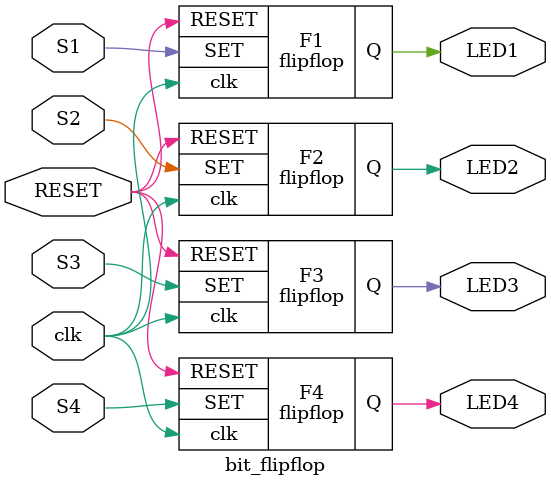
<source format=v>
`timescale 1ns / 1ps


module flipflop(
    input SET,
    input RESET,
    input clk,
    output reg Q
    );

    always @(posedge clk)
    begin
        if(RESET == 1'b1)
            Q <= 1'b0;
        else
            Q <= SET;
    end
endmodule

module bit_flipflop(
    input S1,
    input S2,
    input S3,
    input S4,
    input RESET,
    input clk,
    output LED1,
    output LED2,
    output LED3,
    output LED4
    );

flipflop F1 (S1, RESET, clk, LED1);
flipflop F2 (S2, RESET, clk, LED2);
flipflop F3 (S3, RESET, clk, LED3);
flipflop F4 (S4, RESET, clk, LED4);

endmodule
       
    
       
       

</source>
